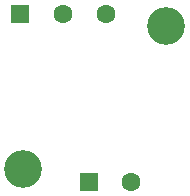
<source format=gbr>
%TF.GenerationSoftware,KiCad,Pcbnew,9.0.0*%
%TF.CreationDate,2025-09-22T19:59:37-07:00*%
%TF.ProjectId,eDNA Tipping Bucket,65444e41-2054-4697-9070-696e67204275,rev?*%
%TF.SameCoordinates,Original*%
%TF.FileFunction,Soldermask,Bot*%
%TF.FilePolarity,Negative*%
%FSLAX46Y46*%
G04 Gerber Fmt 4.6, Leading zero omitted, Abs format (unit mm)*
G04 Created by KiCad (PCBNEW 9.0.0) date 2025-09-22 19:59:37*
%MOMM*%
%LPD*%
G01*
G04 APERTURE LIST*
G04 Aperture macros list*
%AMRoundRect*
0 Rectangle with rounded corners*
0 $1 Rounding radius*
0 $2 $3 $4 $5 $6 $7 $8 $9 X,Y pos of 4 corners*
0 Add a 4 corners polygon primitive as box body*
4,1,4,$2,$3,$4,$5,$6,$7,$8,$9,$2,$3,0*
0 Add four circle primitives for the rounded corners*
1,1,$1+$1,$2,$3*
1,1,$1+$1,$4,$5*
1,1,$1+$1,$6,$7*
1,1,$1+$1,$8,$9*
0 Add four rect primitives between the rounded corners*
20,1,$1+$1,$2,$3,$4,$5,0*
20,1,$1+$1,$4,$5,$6,$7,0*
20,1,$1+$1,$6,$7,$8,$9,0*
20,1,$1+$1,$8,$9,$2,$3,0*%
G04 Aperture macros list end*
%ADD10C,3.200000*%
%ADD11RoundRect,0.250000X-0.550000X-0.550000X0.550000X-0.550000X0.550000X0.550000X-0.550000X0.550000X0*%
%ADD12C,1.600000*%
G04 APERTURE END LIST*
D10*
%TO.C,H1*%
X152400000Y-89143072D03*
%TD*%
D11*
%TO.C,J1*%
X140050000Y-88100000D03*
D12*
X143650000Y-88100000D03*
X147250000Y-88100000D03*
%TD*%
D10*
%TO.C,H2*%
X140300000Y-101200000D03*
%TD*%
D11*
%TO.C,J2*%
X145850000Y-102300000D03*
D12*
X149450000Y-102300000D03*
%TD*%
M02*

</source>
